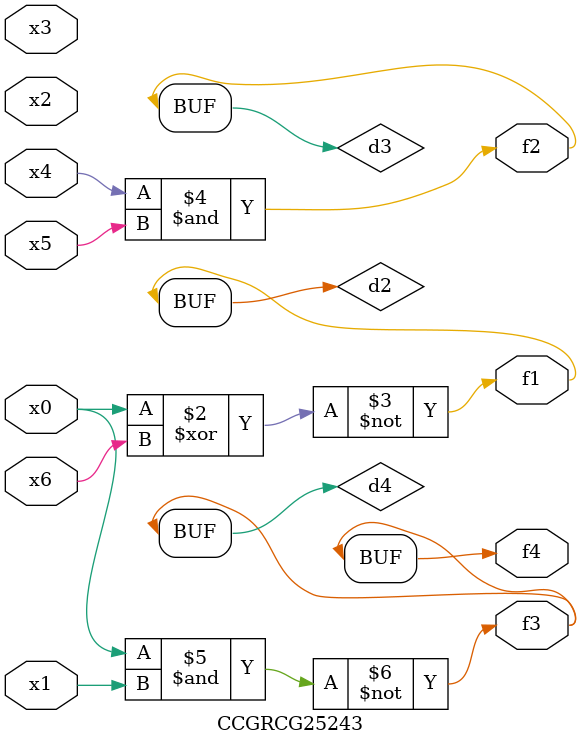
<source format=v>
module CCGRCG25243(
	input x0, x1, x2, x3, x4, x5, x6,
	output f1, f2, f3, f4
);

	wire d1, d2, d3, d4;

	nor (d1, x0);
	xnor (d2, x0, x6);
	and (d3, x4, x5);
	nand (d4, x0, x1);
	assign f1 = d2;
	assign f2 = d3;
	assign f3 = d4;
	assign f4 = d4;
endmodule

</source>
